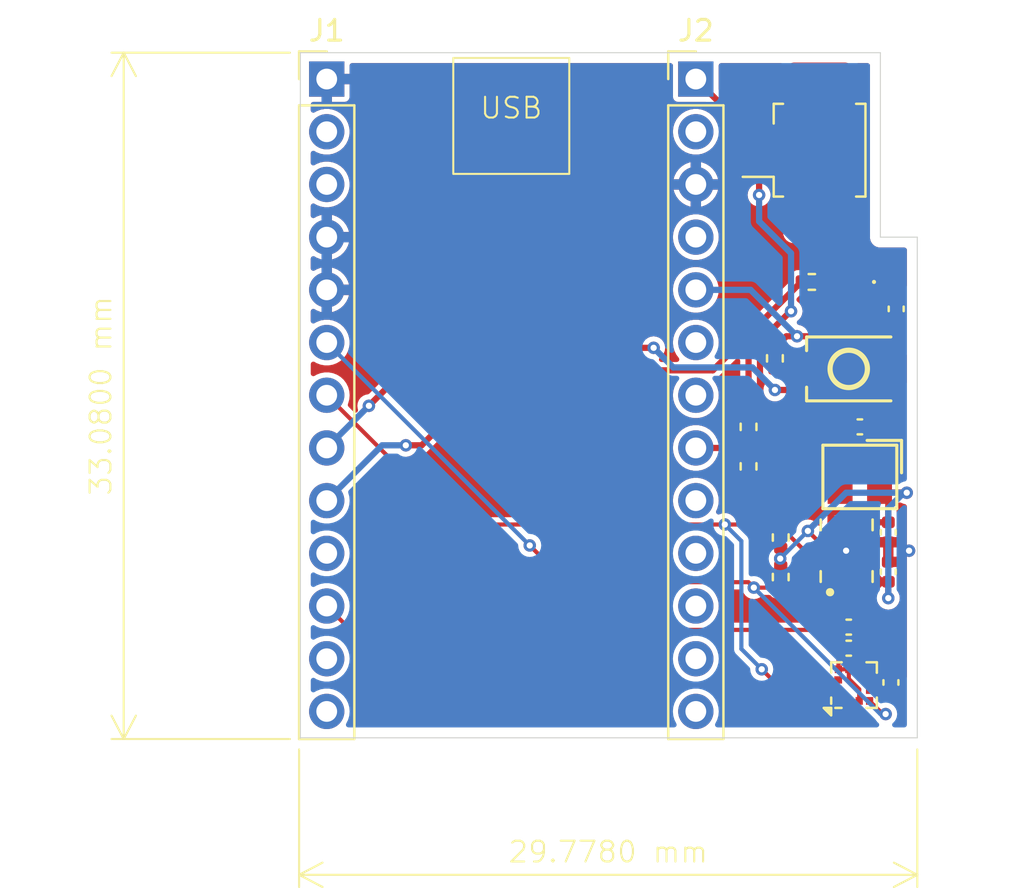
<source format=kicad_pcb>
(kicad_pcb (version 20240108) (generator "pcbnew") (generator_version "8.0")
  (layers (0 "F.Cu" signal) (31 "B.Cu" signal) (34 "B.Paste" user) (35 "F.Paste" user) (36 "B.SilkS" user "B.Silkscreen") (37 "F.SilkS" user "F.Silkscreen") (38 "B.Mask" user) (39 "F.Mask" user) (44 "Edge.Cuts" user))
  (net 0 "")
  (net 1 "Net-(C6-Pad1)")
  (net 2 "GND")
  (net 3 "+3V3")
  (net 4 "Net-(U2-C1)")
  (net 5 "/1.04")
  (net 6 "/0.17")
  (net 7 "/1.00")
  (net 8 "/0.24")
  (net 9 "/0.06")
  (net 10 "/1.06")
  (net 11 "/0.08")
  (net 12 "/0.11")
  (net 13 "/0.20")
  (net 14 "/0.22")
  (net 15 "+BATT")
  (net 16 "/0.29")
  (net 17 "/1.11")
  (net 18 "/1.13")
  (net 19 "/0.09")
  (net 20 "/RST")
  (net 21 "/1.15")
  (net 22 "/0.10")
  (net 23 "/0.02")
  (net 25 "/0.31")
  (net 26 "Net-(LED1-A)")
  (net 27 "/CLK")
  (footprint "Capacitor_SMD:C_0402_1005Metric" (layer "F.Cu") (at 117.348 63.373 90)
    (property "Reference" "C5" (hide yes))
    (property "Value" "220n")
    (fp_line (start -0.107836 -0.36) (end 0.107836 -0.36) (stroke (width 0.12)) (layer "F.SilkS"))
    (fp_line (start -0.107836 0.36) (end 0.107836 0.36) (stroke (width 0.12)) (layer "F.SilkS"))
    (pad "1" smd roundrect (at -0.48 0 90) (size 0.56 0.62) (layers "F.Cu" "F.Paste" "F.Mask") (net 4 "Net-(U2-C1)"))
    (pad "2" smd roundrect (at 0.48 0 90) (size 0.56 0.62) (layers "F.Cu" "F.Paste" "F.Mask") (net 2 "GND"))
  )
  (footprint "nrfslime:SW-SMD_L3.9-W3.0-P4.45" (layer "F.Cu") (at 115.316 48.26)
    (property "Reference" "SW1" (hide yes))
    (property "Value" "TS-1088-AR02016")
    (fp_line (start -2.03 -1.54) (end -2.03 -0.88) (stroke (width 0.15)) (layer "F.SilkS"))
    (fp_line (start -2.03 1.54) (end -2.03 0.88) (stroke (width 0.15)) (layer "F.SilkS"))
    (fp_line (start 2.03 -1.54) (end -2.03 -1.54) (stroke (width 0.15)) (layer "F.SilkS"))
    (fp_line (start 2.03 1.54) (end -2.03 1.54) (stroke (width 0.15)) (layer "F.SilkS"))
    (fp_circle (center 0 0) (end 0.9 0) (stroke (width 0.25)) (fill none) (layer "F.SilkS"))
    (pad "1" smd rect (at -2.18 0) (size 1.23 1.36) (layers "F.Cu" "F.Paste" "F.Mask") (net 14 "/0.22"))
    (pad "2" smd rect (at 2.18 0) (size 1.23 1.36) (layers "F.Cu" "F.Paste" "F.Mask") (net 1 "Net-(C6-Pad1)"))
  )
  (footprint "Capacitor_SMD:C_0402_1005Metric" (layer "F.Cu") (at 117.221 58.039 90)
    (property "Reference" "C1" (hide yes))
    (property "Value" "10u")
    (fp_line (start -0.107836 -0.36) (end 0.107836 -0.36) (stroke (width 0.12)) (layer "F.SilkS"))
    (fp_line (start -0.107836 0.36) (end 0.107836 0.36) (stroke (width 0.12)) (layer "F.SilkS"))
    (pad "1" smd roundrect (at -0.48 0 90) (size 0.56 0.62) (layers "F.Cu" "F.Paste" "F.Mask") (net 3 "+3V3"))
    (pad "2" smd roundrect (at 0.48 0 90) (size 0.56 0.62) (layers "F.Cu" "F.Paste" "F.Mask") (net 2 "GND"))
  )
  (footprint "Capacitor_SMD:C_0402_1005Metric" (layer "F.Cu") (at 115.316 60.706)
    (property "Reference" "C4" (hide yes))
    (property "Value" "100n")
    (fp_line (start -0.107836 -0.36) (end 0.107836 -0.36) (stroke (width 0.12)) (layer "F.SilkS"))
    (fp_line (start -0.107836 0.36) (end 0.107836 0.36) (stroke (width 0.12)) (layer "F.SilkS"))
    (pad "1" smd roundrect (at -0.48 0) (size 0.56 0.62) (layers "F.Cu" "F.Paste" "F.Mask") (net 3 "+3V3"))
    (pad "2" smd roundrect (at 0.48 0) (size 0.56 0.62) (layers "F.Cu" "F.Paste" "F.Mask") (net 2 "GND"))
  )
  (footprint "42688:PQFN50P300X250X97-14N" (layer "F.Cu") (at 115.215 57.023 90)
    (property "Reference" "U1" (hide yes))
    (property "Value" "ICM-42688-V")
    (fp_line (start 0.99 -1.25) (end 1.5 -1.25) (stroke (width 0.127)) (layer "F.SilkS"))
    (fp_line (start -1.5 -1.25) (end -0.99 -1.25) (stroke (width 0.127)) (layer "F.SilkS"))
    (fp_line (start 1.5 1.25) (end 0.99 1.25) (stroke (width 0.127)) (layer "F.SilkS"))
    (fp_line (start -1.5 1.25) (end -0.99 1.25) (stroke (width 0.127)) (layer "F.SilkS"))
    (fp_circle (center -2 -0.8) (end -1.9 -0.8) (stroke (width 0.2)) (fill none) (layer "F.SilkS"))
    (pad "1" smd roundrect (at -1.165 -0.75 90) (size 0.59 0.35) (layers "F.Cu" "F.Paste") (roundrect_rratio 0.09) (net 2 "GND"))
    (pad "2" smd roundrect (at -1.165 -0.25 90) (size 0.59 0.35) (layers "F.Cu" "F.Paste") (roundrect_rratio 0.09) (net 2 "GND"))
    (pad "3" smd roundrect (at -1.165 0.25 90) (size 0.59 0.35) (layers "F.Cu" "F.Paste") (roundrect_rratio 0.09) (net 2 "GND"))
    (pad "4" smd roundrect (at -1.165 0.75 90) (size 0.59 0.35) (layers "F.Cu" "F.Paste") (roundrect_rratio 0.09) (net 12 "/0.11"))
    (pad "5" smd roundrect (at -0.5 0.915 180) (size 0.59 0.35) (layers "F.Cu" "F.Paste") (roundrect_rratio 0.09) (net 3 "+3V3"))
    (pad "6" smd roundrect (at 0 0.915 180) (size 0.59 0.35) (layers "F.Cu" "F.Paste") (roundrect_rratio 0.09) (net 2 "GND"))
    (pad "7" smd roundrect (at 0.5 0.915 180) (size 0.59 0.35) (layers "F.Cu" "F.Paste") (roundrect_rratio 0.09) (net 2 "GND"))
    (pad "8" smd roundrect (at 1.165 0.75 270) (size 0.59 0.35) (layers "F.Cu" "F.Paste") (roundrect_rratio 0.09) (net 3 "+3V3"))
    (pad "9" smd roundrect (at 1.165 0.25 270) (size 0.59 0.35) (layers "F.Cu" "F.Paste") (roundrect_rratio 0.09) (net 27 "/CLK"))
    (pad "10" smd roundrect (at 1.165 -0.25 270) (size 0.59 0.35) (layers "F.Cu" "F.Paste") (roundrect_rratio 0.09) (net 2 "GND"))
    (pad "11" smd roundrect (at 1.165 -0.75 270) (size 0.59 0.35) (layers "F.Cu" "F.Paste") (roundrect_rratio 0.09) (net 2 "GND"))
    (pad "12" smd roundrect (at 0.5 -0.915) (size 0.59 0.35) (layers "F.Cu" "F.Paste") (roundrect_rratio 0.09) (net 3 "+3V3"))
    (pad "13" smd roundrect (at 0 -0.915) (size 0.59 0.35) (layers "F.Cu" "F.Paste") (roundrect_rratio 0.09) (net 13 "/0.20"))
    (pad "14" smd roundrect (at -0.5 -0.915) (size 0.59 0.35) (layers "F.Cu" "F.Paste") (roundrect_rratio 0.09) (net 6 "/0.17"))
  )
  (footprint "Package_LGA:LGA-12_2x2mm_P0.5mm" (layer "F.Cu") (at 115.57 63.5 90)
    (property "Reference" "U2" (hide yes))
    (property "Value" "LIS2MDL")
    (fp_line (start 1.1 -1.1) (end 1.1 -0.6) (stroke (width 0.12)) (layer "F.SilkS"))
    (fp_line (start 0.6 -1.1) (end 1.1 -1.1) (stroke (width 0.12)) (layer "F.SilkS"))
    (fp_line (start -0.6 -1.1) (end -0.9 -1.1) (stroke (width 0.12)) (layer "F.SilkS"))
    (fp_line (start -1.1 -1.1) (end -1.1 -1.1) (stroke (width 0.12)) (layer "F.SilkS"))
    (fp_line (start 1.1 -0.6) (end 1.1 -0.6) (stroke (width 0.12)) (layer "F.SilkS"))
    (fp_line (start -1.1 -0.6) (end -1.1 -0.9) (stroke (width 0.12)) (layer "F.SilkS"))
    (fp_line (start 1.1 0.6) (end 1.1 1.1) (stroke (width 0.12)) (layer "F.SilkS"))
    (fp_line (start -1.1 0.6) (end -1.1 0.6) (stroke (width 0.12)) (layer "F.SilkS"))
    (fp_line (start 1.1 1.1) (end 0.6 1.1) (stroke (width 0.12)) (layer "F.SilkS"))
    (fp_line (start 0.6 1.1) (end 0.6 1.1) (stroke (width 0.12)) (layer "F.SilkS"))
    (fp_line (start -0.6 1.1) (end -1.1 1.1) (stroke (width 0.12)) (layer "F.SilkS"))
    (fp_line (start -1.1 1.1) (end -1.1 0.6) (stroke (width 0.12)) (layer "F.SilkS"))
    (fp_poly (pts (xy -1.1 -1.1) (xy -1.46 -1.1) (xy -1.1 -1.46) (xy -1.1 -1.1)) (stroke (width 0.12)) (fill solid) (layer "F.SilkS"))
    (pad "1" smd rect (at -0.7625 -0.75 90) (size 0.375 0.35) (layers "F.Cu" "F.Paste" "F.Mask") (net 13 "/0.20"))
    (pad "2" smd rect (at -0.7625 -0.25 90) (size 0.375 0.35) (layers "F.Cu" "F.Paste" "F.Mask"))
    (pad "3" smd rect (at -0.7625 0.25 90) (size 0.375 0.35) (layers "F.Cu" "F.Paste" "F.Mask") (net 3 "+3V3"))
    (pad "4" smd rect (at -0.7625 0.75 90) (size 0.375 0.35) (layers "F.Cu" "F.Paste" "F.Mask") (net 6 "/0.17"))
    (pad "5" smd rect (at -0.25 0.7625 180) (size 0.375 0.35) (layers "F.Cu" "F.Paste" "F.Mask") (net 4 "Net-(U2-C1)"))
    (pad "6" smd rect (at 0.25 0.7625 180) (size 0.375 0.35) (layers "F.Cu" "F.Paste" "F.Mask") (net 2 "GND"))
    (pad "7" smd rect (at 0.7625 0.75 90) (size 0.375 0.35) (layers "F.Cu" "F.Paste" "F.Mask"))
    (pad "8" smd rect (at 0.7625 0.25 90) (size 0.375 0.35) (layers "F.Cu" "F.Paste" "F.Mask") (net 2 "GND"))
    (pad "9" smd rect (at 0.7625 -0.25 90) (size 0.375 0.35) (layers "F.Cu" "F.Paste" "F.Mask") (net 3 "+3V3"))
    (pad "10" smd rect (at 0.7625 -0.75 90) (size 0.375 0.35) (layers "F.Cu" "F.Paste" "F.Mask") (net 3 "+3V3"))
    (pad "11" smd rect (at 0.25 -0.7625 180) (size 0.375 0.35) (layers "F.Cu" "F.Paste" "F.Mask"))
    (pad "12" smd rect (at -0.25 -0.7625 180) (size 0.375 0.35) (layers "F.Cu" "F.Paste" "F.Mask"))
  )
  (footprint "Connector_PinHeader_2.54mm:PinHeader_1x13_P2.54mm_Vertical" (layer "F.Cu") (at 90.17 34.29)
    (property "Reference" "J1" (at 0 -2.33 0) (layer "F.SilkS"))
    (property "Value" "Conn_01x13_Pin")
    (fp_line (start -1.33 -1.33) (end 0 -1.33) (stroke (width 0.12)) (layer "F.SilkS"))
    (fp_line (start -1.33 0) (end -1.33 -1.33) (stroke (width 0.12)) (layer "F.SilkS"))
    (fp_line (start -1.33 1.27) (end -1.33 31.81) (stroke (width 0.12)) (layer "F.SilkS"))
    (fp_line (start -1.33 1.27) (end 1.33 1.27) (stroke (width 0.12)) (layer "F.SilkS"))
    (fp_line (start -1.33 31.81) (end 1.33 31.81) (stroke (width 0.12)) (layer "F.SilkS"))
    (fp_line (start 1.33 1.27) (end 1.33 31.81) (stroke (width 0.12)) (layer "F.SilkS"))
    (pad "1" thru_hole rect (at 0 0) (size 1.7 1.7) (drill 1) (layers "*.Cu" "*.Mask") (net 2 "GND"))
    (pad "2" thru_hole oval (at 0 2.54) (size 1.7 1.7) (drill 1) (layers "*.Cu" "*.Mask") (net 9 "/0.06"))
    (pad "3" thru_hole oval (at 0 5.08) (size 1.7 1.7) (drill 1) (layers "*.Cu" "*.Mask") (net 11 "/0.08"))
    (pad "4" thru_hole oval (at 0 7.62) (size 1.7 1.7) (drill 1) (layers "*.Cu" "*.Mask") (net 2 "GND"))
    (pad "5" thru_hole oval (at 0 10.16) (size 1.7 1.7) (drill 1) (layers "*.Cu" "*.Mask") (net 2 "GND"))
    (pad "6" thru_hole oval (at 0 12.7) (size 1.7 1.7) (drill 1) (layers "*.Cu" "*.Mask") (net 6 "/0.17"))
    (pad "7" thru_hole oval (at 0 15.24) (size 1.7 1.7) (drill 1) (layers "*.Cu" "*.Mask") (net 13 "/0.20"))
    (pad "8" thru_hole oval (at 0 17.78) (size 1.7 1.7) (drill 1) (layers "*.Cu" "*.Mask") (net 14 "/0.22"))
    (pad "9" thru_hole oval (at 0 20.32) (size 1.7 1.7) (drill 1) (layers "*.Cu" "*.Mask") (net 8 "/0.24"))
    (pad "10" thru_hole oval (at 0 22.86) (size 1.7 1.7) (drill 1) (layers "*.Cu" "*.Mask") (net 7 "/1.00"))
    (pad "11" thru_hole oval (at 0 25.4) (size 1.7 1.7) (drill 1) (layers "*.Cu" "*.Mask") (net 12 "/0.11"))
    (pad "12" thru_hole oval (at 0 27.94) (size 1.7 1.7) (drill 1) (layers "*.Cu" "*.Mask") (net 5 "/1.04"))
    (pad "13" thru_hole oval (at 0 30.48) (size 1.7 1.7) (drill 1) (layers "*.Cu" "*.Mask") (net 10 "/1.06"))
  )
  (footprint "Resistor_SMD:R_0402_1005Metric" (layer "F.Cu") (at 110.49 52.959 -90)
    (property "Reference" "R6" (hide yes))
    (property "Value" "51k")
    (fp_line (start -0.153641 0.38) (end 0.153641 0.38) (stroke (width 0.12)) (layer "F.SilkS"))
    (fp_line (start -0.153641 -0.38) (end 0.153641 -0.38) (stroke (width 0.12)) (layer "F.SilkS"))
    (pad "1" smd roundrect (at -0.51 0 270) (size 0.54 0.64) (layers "F.Cu" "F.Paste" "F.Mask") (net 23 "/0.02"))
    (pad "2" smd roundrect (at 0.51 0 270) (size 0.54 0.64) (layers "F.Cu" "F.Paste" "F.Mask") (net 2 "GND"))
  )
  (footprint "nrfslime:OSC-SMD_4P-L2.5-W2.0-BL" (layer "F.Cu") (at 115.85 53.467 180)
    (property "Reference" "X1" (hide yes))
    (property "Value" "S2D32.768KB20F30T")
    (fp_line (start 1.78 1.53) (end -1.78 1.53) (stroke (width 0.15)) (layer "F.SilkS"))
    (fp_line (start 1.78 -1.53) (end 1.78 1.53) (stroke (width 0.15)) (layer "F.SilkS"))
    (fp_line (start -1.78 1.53) (end -1.78 -1.53) (stroke (width 0.15)) (layer "F.SilkS"))
    (fp_line (start -1.78 -1.53) (end 1.78 -1.53) (stroke (width 0.15)) (layer "F.SilkS"))
    (fp_line (start -2.01 1.76) (end -0.35 1.76) (stroke (width 0.15)) (layer "F.SilkS"))
    (fp_line (start -2.01 0.2) (end -2.01 1.76) (stroke (width 0.15)) (layer "F.SilkS"))
    (pad "1" smd rect (at -0.95 0.75 180) (size 1.2 1.1) (layers "F.Cu" "F.Paste" "F.Mask") (net 3 "+3V3"))
    (pad "2" smd rect (at 0.95 0.75 180) (size 1.2 1.1) (layers "F.Cu" "F.Paste" "F.Mask") (net 2 "GND"))
    (pad "3" smd rect (at 0.95 -0.75 180) (size 1.2 1.1) (layers "F.Cu" "F.Paste" "F.Mask") (net 27 "/CLK"))
    (pad "4" smd rect (at -0.95 -0.75 180) (size 1.2 1.1) (layers "F.Cu" "F.Paste" "F.Mask") (net 3 "+3V3"))
  )
  (footprint "Capacitor_SMD:C_0402_1005Metric" (layer "F.Cu") (at 117.221 56.134 -90)
    (property "Reference" "C2" (hide yes))
    (property "Value" "100n")
    (fp_line (start -0.107836 0.36) (end 0.107836 0.36) (stroke (width 0.12)) (layer "F.SilkS"))
    (fp_line (start -0.107836 -0.36) (end 0.107836 -0.36) (stroke (width 0.12)) (layer "F.SilkS"))
    (pad "1" smd roundrect (at -0.48 0 270) (size 0.56 0.62) (layers "F.Cu" "F.Paste" "F.Mask") (net 3 "+3V3"))
    (pad "2" smd roundrect (at 0.48 0 270) (size 0.56 0.62) (layers "F.Cu" "F.Paste" "F.Mask") (net 2 "GND"))
  )
  (footprint "Resistor_SMD:R_0402_1005Metric" (layer "F.Cu") (at 112.04 58.293 -90)
    (property "Reference" "R5" (hide yes))
    (property "Value" "4.7k")
    (fp_line (start -0.153641 0.38) (end 0.153641 0.38) (stroke (width 0.12)) (layer "F.SilkS"))
    (fp_line (start -0.153641 -0.38) (end 0.153641 -0.38) (stroke (width 0.12)) (layer "F.SilkS"))
    (pad "1" smd roundrect (at -0.51 0 270) (size 0.54 0.64) (layers "F.Cu" "F.Paste" "F.Mask") (net 3 "+3V3"))
    (pad "2" smd roundrect (at 0.51 0 270) (size 0.54 0.64) (layers "F.Cu" "F.Paste" "F.Mask") (net 6 "/0.17"))
  )
  (footprint "Capacitor_SMD:C_0402_1005Metric" (layer "F.Cu") (at 115.316 61.722)
    (property "Reference" "C3" (hide yes))
    (property "Value" "10u")
    (fp_line (start -0.107836 -0.36) (end 0.107836 -0.36) (stroke (width 0.12)) (layer "F.SilkS"))
    (fp_line (start -0.107836 0.36) (end 0.107836 0.36) (stroke (width 0.12)) (layer "F.SilkS"))
    (pad "1" smd roundrect (at -0.48 0) (size 0.56 0.62) (layers "F.Cu" "F.Paste" "F.Mask") (net 3 "+3V3"))
    (pad "2" smd roundrect (at 0.48 0) (size 0.56 0.62) (layers "F.Cu" "F.Paste" "F.Mask") (net 2 "GND"))
  )
  (footprint "Resistor_SMD:R_0402_1005Metric" (layer "F.Cu") (at 111.76 47.752 -90)
    (property "Reference" "R1" (hide yes))
    (property "Value" "10k")
    (fp_line (start -0.153641 0.38) (end 0.153641 0.38) (stroke (width 0.12)) (layer "F.SilkS"))
    (fp_line (start -0.153641 -0.38) (end 0.153641 -0.38) (stroke (width 0.12)) (layer "F.SilkS"))
    (pad "1" smd roundrect (at -0.51 0 270) (size 0.54 0.64) (layers "F.Cu" "F.Paste" "F.Mask") (net 3 "+3V3"))
    (pad "2" smd roundrect (at 0.51 0 270) (size 0.54 0.64) (layers "F.Cu" "F.Paste" "F.Mask") (net 14 "/0.22"))
  )
  (footprint "Capacitor_SMD:C_0402_1005Metric" (layer "F.Cu") (at 115.852 51.054 180)
    (property "Reference" "C7" (hide yes))
    (property "Value" "10u")
    (fp_line (start -0.107836 0.36) (end 0.107836 0.36) (stroke (width 0.12)) (layer "F.SilkS"))
    (fp_line (start -0.107836 -0.36) (end 0.107836 -0.36) (stroke (width 0.12)) (layer "F.SilkS"))
    (pad "1" smd roundrect (at -0.48 0 180) (size 0.56 0.62) (layers "F.Cu" "F.Paste" "F.Mask") (net 3 "+3V3"))
    (pad "2" smd roundrect (at 0.48 0 180) (size 0.56 0.62) (layers "F.Cu" "F.Paste" "F.Mask") (net 2 "GND"))
  )
  (footprint "Resistor_SMD:R_0402_1005Metric" (layer "F.Cu") (at 112.04 56.388 90)
    (property "Reference" "R4" (hide yes))
    (property "Value" "4.7k")
    (fp_line (start -0.153641 -0.38) (end 0.153641 -0.38) (stroke (width 0.12)) (layer "F.SilkS"))
    (fp_line (start -0.153641 0.38) (end 0.153641 0.38) (stroke (width 0.12)) (layer "F.SilkS"))
    (pad "1" smd roundrect (at -0.51 0 90) (size 0.54 0.64) (layers "F.Cu" "F.Paste" "F.Mask") (net 3 "+3V3"))
    (pad "2" smd roundrect (at 0.51 0 90) (size 0.54 0.64) (layers "F.Cu" "F.Paste" "F.Mask") (net 13 "/0.20"))
  )
  (footprint "Resistor_SMD:R_0402_1005Metric" (layer "F.Cu") (at 110.49 51.054 -90)
    (property "Reference" "R3" (hide yes))
    (property "Value" "100k")
    (fp_line (start -0.153641 0.38) (end 0.153641 0.38) (stroke (width 0.12)) (layer "F.SilkS"))
    (fp_line (start -0.153641 -0.38) (end 0.153641 -0.38) (stroke (width 0.12)) (layer "F.SilkS"))
    (pad "1" smd roundrect (at -0.51 0 270) (size 0.54 0.64) (layers "F.Cu" "F.Paste" "F.Mask") (net 15 "+BATT"))
    (pad "2" smd roundrect (at 0.51 0 270) (size 0.54 0.64) (layers "F.Cu" "F.Paste" "F.Mask") (net 23 "/0.02"))
  )
  (footprint "Capacitor_SMD:C_0402_1005Metric" (layer "F.Cu") (at 117.602 45.367 90)
    (property "Reference" "C6" (hide yes))
    (property "Value" "100n")
    (fp_line (start -0.107836 -0.36) (end 0.107836 -0.36) (stroke (width 0.12)) (layer "F.SilkS"))
    (fp_line (start -0.107836 0.36) (end 0.107836 0.36) (stroke (width 0.12)) (layer "F.SilkS"))
    (pad "1" smd roundrect (at -0.48 0 90) (size 0.56 0.62) (layers "F.Cu" "F.Paste" "F.Mask") (net 1 "Net-(C6-Pad1)"))
    (pad "2" smd roundrect (at 0.48 0 90) (size 0.56 0.62) (layers "F.Cu" "F.Paste" "F.Mask") (net 2 "GND"))
  )
  (footprint "LED_SMD:LED_0402_1005Metric" (layer "F.Cu") (at 115.443 44.069 180)
    (property "Reference" "LED1" (hide yes))
    (property "Value" "NCD0402B1")
    (fp_circle (center -1.09 0) (end -1.04 0) (stroke (width 0.1)) (fill none) (layer "F.SilkS"))
    (pad "1" smd roundrect (at -0.485 0 180) (size 0.59 0.64) (layers "F.Cu" "F.Paste" "F.Mask") (net 2 "GND"))
    (pad "2" smd roundrect (at 0.485 0 180) (size 0.59 0.64) (layers "F.Cu" "F.Paste" "F.Mask") (net 26 "Net-(LED1-A)"))
  )
  (footprint "Connector_Molex:Molex_PicoBlade_53261-0271_1x02-1MP_P1.25mm_Horizontal" (layer "F.Cu") (at 113.411 37.719 90)
    (property "Reference" "J3" (hide yes))
    (property "Value" "532610271")
    (fp_line (start 2.235 -1.71) (end 1.285 -1.71) (stroke (width 0.12)) (layer "F.SilkS"))
    (fp_line (start -1.285 -1.71) (end -1.285 -3.2) (stroke (width 0.12)) (layer "F.SilkS"))
    (fp_line (start -2.235 -1.71) (end -1.285 -1.71) (stroke (width 0.12)) (layer "F.SilkS"))
    (fp_line (start 2.235 -1.26) (end 2.235 -1.71) (stroke (width 0.12)) (layer "F.SilkS"))
    (fp_line (start -2.235 -1.26) (end -2.235 -1.71) (stroke (width 0.12)) (layer "F.SilkS"))
    (fp_line (start -2.235 2.26) (end -2.235 2.71) (stroke (width 0.12)) (layer "F.SilkS"))
    (fp_line (start 2.235 2.71) (end 2.235 2.26) (stroke (width 0.12)) (layer "F.SilkS"))
    (fp_line (start -2.235 2.71) (end 2.235 2.71) (stroke (width 0.12)) (layer "F.SilkS"))
    (pad "1" smd roundrect (at -0.625 -2.4 90) (size 0.8 1.6) (layers "F.Cu" "F.Paste" "F.Mask") (net 15 "+BATT"))
    (pad "2" smd roundrect (at 0.625 -2.4 90) (size 0.8 1.6) (layers "F.Cu" "F.Paste" "F.Mask") (net 2 "GND"))
    (pad "MP" smd roundrect (at -3.175 0.5 90) (size 2.1 3) (layers "F.Cu" "F.Paste" "F.Mask") (roundrect_rratio 0.119048) (net 2 "GND"))
    (pad "MP" smd roundrect (at 3.175 0.5 90) (size 2.1 3) (layers "F.Cu" "F.Paste" "F.Mask") (roundrect_rratio 0.119048) (net 2 "GND"))
  )
  (footprint "Connector_PinHeader_2.54mm:PinHeader_1x13_P2.54mm_Vertical" (layer "F.Cu") (at 107.95 34.29)
    (property "Reference" "J2" (at 0 -2.33 0) (layer "F.SilkS"))
    (property "Value" "Conn_01x13_Pin")
    (fp_line (start -1.33 -1.33) (end 0 -1.33) (stroke (width 0.12)) (layer "F.SilkS"))
    (fp_line (start -1.33 0) (end -1.33 -1.33) (stroke (width 0.12)) (layer "F.SilkS"))
    (fp_line (start -1.33 1.27) (end -1.33 31.81) (stroke (width 0.12)) (layer "F.SilkS"))
    (fp_line (start -1.33 1.27) (end 1.33 1.27) (stroke (width 0.12)) (layer "F.SilkS"))
    (fp_line (start -1.33 31.81) (end 1.33 31.81) (stroke (width 0.12)) (layer "F.SilkS"))
    (fp_line (start 1.33 1.27) (end 1.33 31.81) (stroke (width 0.12)) (layer "F.SilkS"))
    (pad "1" thru_hole rect (at 0 0) (size 1.7 1.7) (drill 1) (layers "*.Cu" "*.Mask") (net 15 "+BATT"))
    (pad "2" thru_hole oval (at 0 2.54) (size 1.7 1.7) (drill 1) (layers "*.Cu" "*.Mask"))
    (pad "3" thru_hole oval (at 0 5.08) (size 1.7 1.7) (drill 1) (layers "*.Cu" "*.Mask") (net 2 "GND"))
    (pad "4" thru_hole oval (at 0 7.62) (size 1.7 1.7) (drill 1) (layers "*.Cu" "*.Mask") (net 20 "/RST"))
    (pad "5" thru_hole oval (at 0 10.16) (size 1.7 1.7) (drill 1) (layers "*.Cu" "*.Mask") (net 3 "+3V3"))
    (pad "6" thru_hole oval (at 0 12.7) (size 1.7 1.7) (drill 1) (layers "*.Cu" "*.Mask") (net 25 "/0.31"))
    (pad "7" thru_hole oval (at 0 15.24) (size 1.7 1.7) (drill 1) (layers "*.Cu" "*.Mask") (net 16 "/0.29"))
    (pad "8" thru_hole oval (at 0 17.78) (size 1.7 1.7) (drill 1) (layers "*.Cu" "*.Mask") (net 23 "/0.02"))
    (pad "9" thru_hole oval (at 0 20.32) (size 1.7 1.7) (drill 1) (layers "*.Cu" "*.Mask") (net 21 "/1.15"))
    (pad "10" thru_hole oval (at 0 22.86) (size 1.7 1.7) (drill 1) (layers "*.Cu" "*.Mask") (net 18 "/1.13"))
    (pad "11" thru_hole oval (at 0 25.4) (size 1.7 1.7) (drill 1) (layers "*.Cu" "*.Mask") (net 17 "/1.11"))
    (pad "12" thru_hole oval (at 0 27.94) (size 1.7 1.7) (drill 1) (layers "*.Cu" "*.Mask") (net 22 "/0.10"))
    (pad "13" thru_hole oval (at 0 30.48) (size 1.7 1.7) (drill 1) (layers "*.Cu" "*.Mask") (net 19 "/0.09"))
  )
  (footprint "Resistor_SMD:R_0402_1005Metric" (layer "F.Cu") (at 113.538 44.069)
    (property "Reference" "R2" (hide yes))
    (property "Value" "220")
    (fp_line (start -0.153641 -0.38) (end 0.153641 -0.38) (stroke (width 0.12)) (layer "F.SilkS"))
    (fp_line (start -0.153641 0.38) (end 0.153641 0.38) (stroke (width 0.12)) (layer "F.SilkS"))
    (pad "1" smd roundrect (at -0.51 0) (size 0.54 0.64) (layers "F.Cu" "F.Paste" "F.Mask") (net 8 "/0.24"))
    (pad "2" smd roundrect (at 0.51 0) (size 0.54 0.64) (layers "F.Cu" "F.Paste" "F.Mask") (net 26 "Net-(LED1-A)"))
  )
  (gr_rect (start 96.266 33.274) (end 101.854 38.862) (stroke (width 0.1)) (fill none) (layer "F.SilkS"))
  (gr_line (start 88.9 33.02) (end 116.84 33.02) (stroke (width 0.05)) (layer "Edge.Cuts"))
  (gr_line (start 116.84 33.02) (end 116.84 41.91) (stroke (width 0.05)) (layer "Edge.Cuts"))
  (gr_line (start 118.618 41.91) (end 118.618 66.04) (stroke (width 0.05)) (layer "Edge.Cuts"))
  (gr_line (start 116.84 41.91) (end 118.618 41.91) (stroke (width 0.05)) (layer "Edge.Cuts"))
  (gr_line (start 118.618 66.04) (end 88.9 66.04) (stroke (width 0.05)) (layer "Edge.Cuts"))
  (gr_line (start 88.9 66.04) (end 88.9 33.02) (stroke (width 0.05)) (layer "Edge.Cuts"))
  (gr_text "USB" (at 99.06 35.687 0) (layer "F.SilkS") (effects (font (size 1 1) (thickness 0.1))))
  (dimension (type aligned) (layer "F.SilkS") (pts (xy 88.84 66.1) (xy 118.618 66.1)) (height 6.544) (gr_text "29.7780 mm" (at 103.729 71.544 0) (layer "F.SilkS") (effects (font (size 1 1) (thickness 0.1)))) (format (prefix "") (suffix "") (units 3) (units_format 1) (precision 4)) (style (thickness 0.1) (arrow_length 1.27) (text_position_mode 0) (extension_height 0.58642) (extension_offset 0.5) keep_text_aligned))
  (dimension (type aligned) (layer "F.SilkS") (pts (xy 88.9 33.02) (xy 88.9 66.1)) (height 8.509) (gr_text "33.0800 mm" (at 79.291 49.56 90) (layer "F.SilkS") (effects (font (size 1 1) (thickness 0.1)))) (format (prefix "") (suffix "") (units 3) (units_format 1) (precision 4)) (style (thickness 0.1) (arrow_length 1.27) (text_position_mode 0) (extension_height 0.58642) (extension_offset 0.5) keep_text_aligned))
  (segment (start 117.602 45.847) (end 117.729 45.847) (width 0.3) (layer "F.Cu") (net 1))
  (segment (start 117.75 48.26) (end 117.602 48.112) (width 0.3) (layer "F.Cu") (net 1))
  (segment (start 117.602 48.112) (end 117.602 45.847) (width 0.3) (layer "F.Cu") (net 1))
  (segment (start 117.348 62.893) (end 117.272866 62.893) (width 0.2) (layer "F.Cu") (net 2))
  (segment (start 116.915866 63.25) (end 116.3325 63.25) (width 0.2) (layer "F.Cu") (net 2))
  (segment (start 115.82 62.7375) (end 115.82 61.746) (width 0.2) (layer "F.Cu") (net 2))
  (segment (start 115.82 61.746) (end 115.796 61.722) (width 0.2) (layer "F.Cu") (net 2))
  (segment (start 117.272866 62.893) (end 116.915866 63.25) (width 0.2) (layer "F.Cu") (net 2))
  (via (at 118.222 57.023) (size 0.6) (drill 0.3) (layers "F.Cu" "B.Cu") (net 2))
  (via (at 115.189 57.023) (size 0.6) (drill 0.3) (layers "F.Cu" "B.Cu") (net 2))
  (segment (start 116.911001 58.519) (end 116.49 58.097999) (width 0.3) (layer "F.Cu") (net 3))
  (segment (start 112.04 57.783) (end 112.04 57.43) (width 0.2) (layer "F.Cu") (net 3))
  (segment (start 114.82 61.738) (end 114.836 61.722) (width 0.2) (layer "F.Cu") (net 3))
  (segment (start 117.221 55.654) (end 116.194 55.654) (width 0.3) (layer "F.Cu") (net 3))
  (segment (start 114.82 62.7375) (end 115.32 62.7375) (width 0.2) (layer "F.Cu") (net 3))
  (segment (start 114.82 62.7375) (end 114.82 61.738) (width 0.2) (layer "F.Cu") (net 3))
  (segment (start 112.014 57.404) (end 112.04 57.378) (width 0.2) (layer "F.Cu") (net 3))
  (segment (start 116.194 55.654) (end 115.99 55.858) (width 0.3) (layer "F.Cu") (net 3))
  (segment (start 116.332 49.207) (end 116.332 51.054) (width 0.3) (layer "F.Cu") (net 3))
  (segment (start 116.332 52.249) (end 116.8 52.717) (width 0.3) (layer "F.Cu") (net 3))
  (segment (start 116.911001 58.519) (end 114.836 60.594001) (width 0.3) (layer "F.Cu") (net 3))
  (segment (start 115.32 63.2) (end 115.32 62.7375) (width 0.2) (layer "F.Cu") (net 3))
  (segment (start 116.49 58.097999) (end 116.49 57.765604) (width 0.3) (layer "F.Cu") (net 3))
  (segment (start 117.221 58.519) (end 116.911001 58.519) (width 0.3) (layer "F.Cu") (net 3))
  (segment (start 113.8 56.523) (end 114.3 56.523) (width 0.2) (layer "F.Cu") (net 3))
  (segment (start 114.836 61.722) (end 114.836 60.706) (width 0.2) (layer "F.Cu") (net 3))
  (segment (start 116.8 52.717) (end 116.8 54.217) (width 0.3) (layer "F.Cu") (net 3))
  (segment (start 118.098 54.217) (end 118.11 54.229) (width 0.3) (layer "F.Cu") (net 3))
  (segment (start 112.04 57.43) (end 112.014 57.404) (width 0.2) (layer "F.Cu") (net 3))
  (segment (start 117.221 55.654) (end 117.221 54.638) (width 0.3) (layer "F.Cu") (net 3))
  (segment (start 112.31438 46.68762) (end 111.76 47.242) (width 0.3) (layer "F.Cu") (net 3))
  (segment (start 112.82438 46.68762) (end 113.81262 46.68762) (width 0.3) (layer "F.Cu") (net 3))
  (segment (start 116.332 51.054) (end 116.332 52.249) (width 0.3) (layer "F.Cu") (net 3))
  (segment (start 117.221 54.638) (end 116.8 54.217) (width 0.3) (layer "F.Cu") (net 3))
  (segment (start 113.81262 46.68762) (end 116.332 49.207) (width 0.3) (layer "F.Cu") (net 3))
  (segment (start 113.3475 56.0705) (end 113.8 56.523) (width 0.2) (layer "F.Cu") (net 3))
  (segment (start 116.8 54.217) (end 118.098 54.217) (width 0.3) (layer "F.Cu") (net 3))
  (segment (start 112.82438 46.68762) (end 112.31438 46.68762) (width 0.3) (layer "F.Cu") (net 3))
  (segment (start 115.82 63.7) (end 115.32 63.2) (width 0.2) (layer "F.Cu") (net 3))
  (segment (start 114.836 60.594001) (end 114.836 60.706) (width 0.3) (layer "F.Cu") (net 3))
  (segment (start 112.04 57.378) (end 112.04 56.898) (width 0.2) (layer "F.Cu") (net 3))
  (segment (start 115.82 64.2625) (end 115.82 63.7) (width 0.2) (layer "F.Cu") (net 3))
  (segment (start 117.221 58.519) (end 117.221 59.309) (width 0.3) (layer "F.Cu") (net 3))
  (segment (start 116.49 57.765604) (end 116.272396 57.548) (width 0.3) (layer "F.Cu") (net 3))
  (via (at 118.11 54.229) (size 0.6) (drill 0.3) (layers "F.Cu" "B.Cu") (net 3))
  (via (at 112.014 57.404) (size 0.6) (drill 0.3) (layers "F.Cu" "B.Cu") (net 3))
  (via (at 113.3475 56.0705) (size 0.6) (drill 0.3) (layers "F.Cu" "B.Cu") (net 3))
  (via (at 112.82438 46.68762) (size 0.6) (drill 0.3) (layers "F.Cu" "B.Cu") (net 3))
  (via (at 117.221 59.309) (size 0.6) (drill 0.3) (layers "F.Cu" "B.Cu") (net 3))
  (segment (start 110.586761 44.45) (end 107.95 44.45) (width 0.3) (layer "B.Cu") (net 3))
  (segment (start 115.189 54.229) (end 113.3475 56.0705) (width 0.3) (layer "B.Cu") (net 3))
  (segment (start 113.3475 56.0705) (end 112.014 57.404) (width 0.2) (layer "B.Cu") (net 3))
  (segment (start 112.82438 46.687619) (end 110.586761 44.45) (width 0.3) (layer "B.Cu") (net 3))
  (segment (start 118.11 54.229) (end 115.189 54.229) (width 0.3) (layer "B.Cu") (net 3))
  (segment (start 112.82438 46.68762) (end 112.82438 46.687619) (width 0.3) (layer "B.Cu") (net 3))
  (segment (start 117.221 59.309) (end 117.221 54.976) (width 0.3) (layer "B.Cu") (net 3))
  (segment (start 117.221 54.976) (end 117.968 54.229) (width 0.3) (layer "B.Cu") (net 3))
  (segment (start 117.344 63.75) (end 117.348 63.754) (width 0.2) (layer "F.Cu") (net 4))
  (segment (start 116.3325 63.75) (end 117.344 63.75) (width 0.2) (layer "F.Cu") (net 4))
  (segment (start 117.094 64.897) (end 116.9545 64.897) (width 0.2) (layer "F.Cu") (net 6))
  (segment (start 99.949 56.769) (end 101.72 58.54) (width 0.2) (layer "F.Cu") (net 6))
  (segment (start 110.483 58.54) (end 110.744 58.801) (width 0.2) (layer "F.Cu") (net 6))
  (segment (start 110.746 58.803) (end 110.744 58.801) (width 0.2) (layer "F.Cu") (net 6))
  (segment (start 112.04 58.721924) (end 112.04 58.803) (width 0.2) (layer "F.Cu") (net 6))
  (segment (start 112.04 58.803) (end 110.746 58.803) (width 0.2) (layer "F.Cu") (net 6))
  (segment (start 114.3 57.523) (end 113.238924 57.523) (width 0.2) (layer "F.Cu") (net 6))
  (segment (start 113.238924 57.523) (end 112.04 58.721924) (width 0.2) (layer "F.Cu") (net 6))
  (segment (start 101.72 58.54) (end 110.483 58.54) (width 0.2) (layer "F.Cu") (net 6))
  (segment (start 116.9545 64.897) (end 116.32 64.2625) (width 0.2) (layer "F.Cu") (net 6))
  (via (at 117.094 64.897) (size 0.6) (drill 0.3) (layers "F.Cu" "B.Cu") (net 6))
  (via (at 110.744 58.801) (size 0.6) (drill 0.3) (layers "F.Cu" "B.Cu") (net 6))
  (via (at 99.949 56.769) (size 0.6) (drill 0.3) (layers "F.Cu" "B.Cu") (net 6))
  (segment (start 110.744 58.801) (end 116.84 64.897) (width 0.2) (layer "B.Cu") (net 6))
  (segment (start 99.949 56.769) (end 90.17 46.99) (width 0.2) (layer "B.Cu") (net 6))
  (segment (start 116.84 64.897) (end 117.094 64.897) (width 0.2) (layer "B.Cu") (net 6))
  (segment (start 94.742 51.943) (end 98.355 48.33) (width 0.3) (layer "F.Cu") (net 8))
  (segment (start 108.767 48.33) (end 113.028 44.069) (width 0.3) (layer "F.Cu") (net 8))
  (segment (start 98.355 48.33) (end 108.767 48.33) (width 0.3) (layer "F.Cu") (net 8))
  (segment (start 93.98 51.943) (end 94.742 51.943) (width 0.3) (layer "F.Cu") (net 8))
  (via (at 93.98 51.943) (size 0.6) (drill 0.3) (layers "F.Cu" "B.Cu") (net 8))
  (segment (start 92.837 51.943) (end 90.17 54.61) (width 0.3) (layer "B.Cu") (net 8))
  (segment (start 93.98 51.943) (end 92.837 51.943) (width 0.3) (layer "B.Cu") (net 8))
  (segment (start 115.965 58.564684) (end 115.965 58.188) (width 0.2) (layer "F.Cu") (net 12))
  (segment (start 113.689684 60.84) (end 115.965 58.564684) (width 0.2) (layer "F.Cu") (net 12))
  (segment (start 91.32 60.84) (end 113.689684 60.84) (width 0.2) (layer "F.Cu") (net 12))
  (segment (start 90.17 59.69) (end 91.32 60.84) (width 0.2) (layer "F.Cu") (net 12))
  (segment (start 96.4 55.76) (end 90.17 49.53) (width 0.2) (layer "F.Cu") (net 13))
  (segment (start 114.82 64.2625) (end 112.6495 64.2625) (width 0.2) (layer "F.Cu") (net 13))
  (segment (start 113.185 57.023) (end 112.04 55.878) (width 0.2) (layer "F.Cu") (net 13))
  (segment (start 111.922 55.76) (end 112.04 55.878) (width 0.2) (layer "F.Cu") (net 13))
  (segment (start 109.347 55.76) (end 96.4 55.76) (width 0.2) (layer "F.Cu") (net 13))
  (segment (start 114.3 57.023) (end 113.185 57.023) (width 0.2) (layer "F.Cu") (net 13))
  (segment (start 109.347 55.76) (end 111.922 55.76) (width 0.2) (layer "F.Cu") (net 13))
  (segment (start 112.6495 64.2625) (end 111.125 62.738) (width 0.2) (layer "F.Cu") (net 13))
  (via (at 111.125 62.738) (size 0.6) (drill 0.3) (layers "F.Cu" "B.Cu") (net 13))
  (via (at 109.347 55.76) (size 0.6) (drill 0.3) (layers "F.Cu" "B.Cu") (net 13))
  (segment (start 110.144 56.557) (end 110.144 61.757) (width 0.2) (layer "B.Cu") (net 13))
  (segment (start 110.144 61.757) (end 111.125 62.738) (width 0.2) (layer "B.Cu") (net 13))
  (segment (start 109.347 55.76) (end 110.144 56.557) (width 0.2) (layer "B.Cu") (net 13))
  (segment (start 111.76 49.276) (end 112.374 49.276) (width 0.3) (layer "F.Cu") (net 14))
  (segment (start 92.202 50.038) (end 94.996 47.244) (width 0.3) (layer "F.Cu") (net 14))
  (segment (start 112.374 49.276) (end 113.39 48.26) (width 0.3) (layer "F.Cu") (net 14))
  (segment (start 111.762 48.26) (end 111.76 48.262) (width 0.3) (layer "F.Cu") (net 14))
  (segment (start 113.39 48.26) (end 111.762 48.26) (width 0.3) (layer "F.Cu") (net 14))
  (segment (start 94.996 47.244) (end 105.918 47.244) (width 0.3) (layer "F.Cu") (net 14))
  (via (at 105.918 47.244) (size 0.6) (drill 0.3) (layers "F.Cu" "B.Cu") (net 14))
  (via (at 111.76 49.276) (size 0.6) (drill 0.3) (layers "F.Cu" "B.Cu") (net 14))
  (via (at 92.202 50.038) (size 0.6) (drill 0.3) (layers "F.Cu" "B.Cu") (net 14))
  (segment (start 110.674 48.19) (end 111.76 49.276) (width 0.3) (layer "B.Cu") (net 14))
  (segment (start 90.17 52.07) (end 92.202 50.038) (width 0.3) (layer "B.Cu") (net 14))
  (segment (start 105.918 47.244) (end 106.864 48.19) (width 0.3) (layer "B.Cu") (net 14))
  (segment (start 106.864 48.19) (end 110.674 48.19) (width 0.3) (layer "B.Cu") (net 14))
  (segment (start 110.49 47.502366) (end 110.49 50.544) (width 0.3) (layer "F.Cu") (net 15))
  (segment (start 110.998 38.357) (end 111.011 38.344) (width 0.3) (layer "F.Cu") (net 15))
  (segment (start 112.512246 45.48012) (end 110.49 47.502366) (width 0.3) (layer "F.Cu") (net 15))
  (segment (start 109.601 35.941) (end 107.95 34.29) (width 0.3) (layer "F.Cu") (net 15))
  (segment (start 109.601 37.592) (end 109.601 35.941) (width 0.3) (layer "F.Cu") (net 15))
  (segment (start 111.011 38.344) (end 110.353 38.344) (width 0.3) (layer "F.Cu") (net 15))
  (segment (start 112.53612 45.48012) (end 112.512246 45.48012) (width 0.3) (layer "F.Cu") (net 15))
  (segment (start 110.353 38.344) (end 109.601 37.592) (width 0.3) (layer "F.Cu") (net 15))
  (segment (start 110.998 39.878) (end 110.998 38.357) (width 0.3) (layer "F.Cu") (net 15))
  (via (at 112.53612 45.48012) (size 0.6) (drill 0.3) (layers "F.Cu" "B.Cu") (net 15))
  (via (at 110.998 39.878) (size 0.6) (drill 0.3) (layers "F.Cu" "B.Cu") (net 15))
  (segment (start 110.998 41.148) (end 112.53612 42.68612) (width 0.3) (layer "B.Cu") (net 15))
  (segment (start 112.53612 42.68612) (end 112.53612 45.48012) (width 0.3) (layer "B.Cu") (net 15))
  (segment (start 110.998 39.878) (end 110.998 41.148) (width 0.3) (layer "B.Cu") (net 15))
  (segment (start 110.49 52.07) (end 110.49 52.449) (width 0.3) (layer "F.Cu") (net 23))
  (segment (start 110.49 51.564) (end 110.49 52.07) (width 0.3) (layer "F.Cu") (net 23))
  (segment (start 107.95 52.07) (end 110.49 52.07) (width 0.3) (layer "F.Cu") (net 23))
  (segment (start 114.048 44.069) (end 114.958 44.069) (width 0.3) (layer "F.Cu") (net 26))
  (segment (start 115.465 54.782) (end 114.9 54.217) (width 0.2) (layer "F.Cu") (net 27))
  (segment (start 115.465 55.858) (end 115.465 54.782) (width 0.2) (layer "F.Cu") (net 27))
  (zone (net 2) (net_name "GND") (layers "F&B.Cu") (connect_pads (clearance 0.25)) (min_thickness 0.25) (fill yes (thermal_gap 0.25) (thermal_bridge_width 0.5))
    (polygon (pts (xy 86.36 30.48) (xy 86.36 68.58) (xy 121.92 68.58) (xy 121.92 35.56) (xy 116.84 30.48)))
  )
)
</source>
